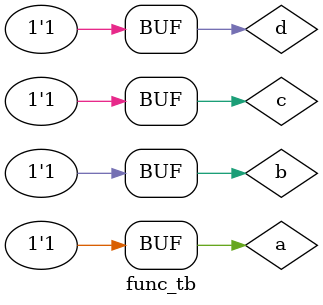
<source format=sv>
module func_tb;
    reg a, b, c, d;
    wire y, z;

    func3 dut(a, b, c, d, y, z);

    initial begin
        a = 1'b0; b = 1'b0; c = 1'b0; d = 1'b0; #10;
        a = 1'b0; b = 1'b0; c = 1'b0; d = 1'b1; #10;
        a = 1'b0; b = 1'b0; c = 1'b1; d = 1'b0; #10;
        a = 1'b0; b = 1'b0; c = 1'b1; d = 1'b1; #10;
        a = 1'b0; b = 1'b1; c = 1'b0; d = 1'b0; #10;
        a = 1'b0; b = 1'b1; c = 1'b0; d = 1'b1; #10;
        a = 1'b0; b = 1'b1; c = 1'b1; d = 1'b0; #10;
        a = 1'b0; b = 1'b1; c = 1'b1; d = 1'b1; #10;
        a = 1'b1; b = 1'b0; c = 1'b0; d = 1'b0; #10;
        a = 1'b1; b = 1'b0; c = 1'b0; d = 1'b1; #10;
        a = 1'b1; b = 1'b0; c = 1'b1; d = 1'b0; #10;
        a = 1'b1; b = 1'b0; c = 1'b1; d = 1'b1; #10;
        a = 1'b1; b = 1'b1; c = 1'b0; d = 1'b0; #10;
        a = 1'b1; b = 1'b1; c = 1'b0; d = 1'b1; #10;
        a = 1'b1; b = 1'b1; c = 1'b1; d = 1'b0; #10;
        a = 1'b1; b = 1'b1; c = 1'b1; d = 1'b1; #10;
    end
endmodule

</source>
